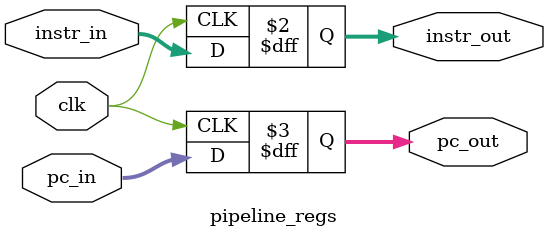
<source format=v>
module pipeline_regs (
    input clk,
    input [31:0] instr_in,
    input [31:0] pc_in,
    output reg [31:0] instr_out,
    output reg [31:0] pc_out
);
    always @(posedge clk) begin
        instr_out <= instr_in;
        pc_out <= pc_in;
    end
endmodule

</source>
